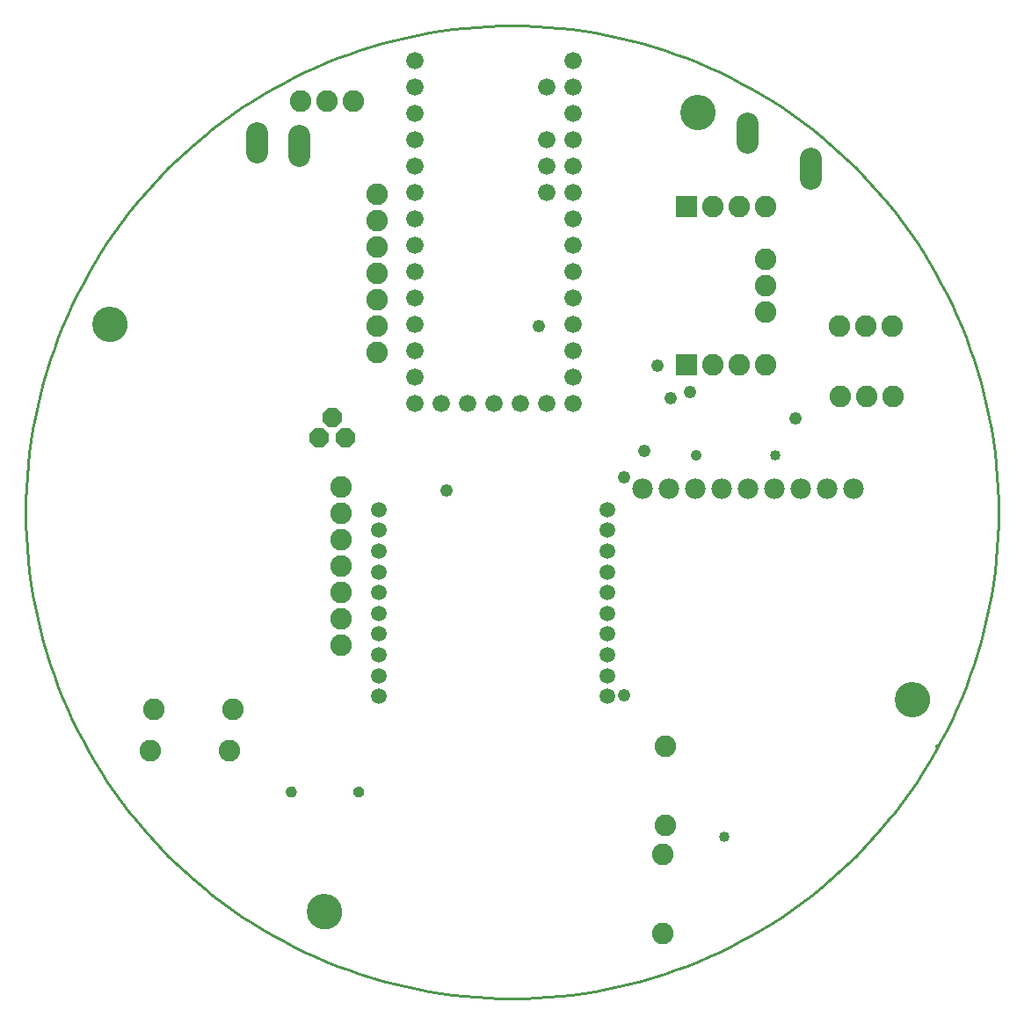
<source format=gts>
G75*
%MOIN*%
%OFA0B0*%
%FSLAX25Y25*%
%IPPOS*%
%LPD*%
%AMOC8*
5,1,8,0,0,1.08239X$1,22.5*
%
%ADD10C,0.01000*%
%ADD11C,0.01600*%
%ADD12C,0.00000*%
%ADD13C,0.13398*%
%ADD14C,0.07800*%
%ADD15C,0.06600*%
%ADD16C,0.05950*%
%ADD17C,0.08200*%
%ADD18R,0.08200X0.08200*%
%ADD19C,0.04000*%
%ADD20C,0.00500*%
%ADD21C,0.08200*%
%ADD22OC8,0.07400*%
%ADD23C,0.04123*%
%ADD24C,0.04800*%
D10*
X0001500Y0185925D02*
X0001556Y0190451D01*
X0001722Y0194974D01*
X0002000Y0199492D01*
X0002388Y0204002D01*
X0002887Y0208501D01*
X0003496Y0212986D01*
X0004215Y0217455D01*
X0005044Y0221905D01*
X0005981Y0226333D01*
X0007027Y0230737D01*
X0008181Y0235114D01*
X0009441Y0239461D01*
X0010808Y0243776D01*
X0012281Y0248056D01*
X0013858Y0252299D01*
X0015539Y0256501D01*
X0017322Y0260662D01*
X0019207Y0264777D01*
X0021192Y0268845D01*
X0023277Y0272862D01*
X0025459Y0276828D01*
X0027738Y0280738D01*
X0030113Y0284592D01*
X0032581Y0288386D01*
X0035142Y0292118D01*
X0037793Y0295787D01*
X0040534Y0299389D01*
X0043363Y0302923D01*
X0046277Y0306386D01*
X0049275Y0309777D01*
X0052356Y0313094D01*
X0055517Y0316333D01*
X0058756Y0319494D01*
X0062073Y0322575D01*
X0065464Y0325573D01*
X0068927Y0328487D01*
X0072461Y0331316D01*
X0076063Y0334057D01*
X0079732Y0336708D01*
X0083464Y0339269D01*
X0087258Y0341737D01*
X0091112Y0344112D01*
X0095022Y0346391D01*
X0098988Y0348573D01*
X0103005Y0350658D01*
X0107073Y0352643D01*
X0111188Y0354528D01*
X0115349Y0356311D01*
X0119551Y0357992D01*
X0123794Y0359569D01*
X0128074Y0361042D01*
X0132389Y0362409D01*
X0136736Y0363669D01*
X0141113Y0364823D01*
X0145517Y0365869D01*
X0149945Y0366806D01*
X0154395Y0367635D01*
X0158864Y0368354D01*
X0163349Y0368963D01*
X0167848Y0369462D01*
X0172358Y0369850D01*
X0176876Y0370128D01*
X0181399Y0370294D01*
X0185925Y0370350D01*
X0190451Y0370294D01*
X0194974Y0370128D01*
X0199492Y0369850D01*
X0204002Y0369462D01*
X0208501Y0368963D01*
X0212986Y0368354D01*
X0217455Y0367635D01*
X0221905Y0366806D01*
X0226333Y0365869D01*
X0230737Y0364823D01*
X0235114Y0363669D01*
X0239461Y0362409D01*
X0243776Y0361042D01*
X0248056Y0359569D01*
X0252299Y0357992D01*
X0256501Y0356311D01*
X0260662Y0354528D01*
X0264777Y0352643D01*
X0268845Y0350658D01*
X0272862Y0348573D01*
X0276828Y0346391D01*
X0280738Y0344112D01*
X0284592Y0341737D01*
X0288386Y0339269D01*
X0292118Y0336708D01*
X0295787Y0334057D01*
X0299389Y0331316D01*
X0302923Y0328487D01*
X0306386Y0325573D01*
X0309777Y0322575D01*
X0313094Y0319494D01*
X0316333Y0316333D01*
X0319494Y0313094D01*
X0322575Y0309777D01*
X0325573Y0306386D01*
X0328487Y0302923D01*
X0331316Y0299389D01*
X0334057Y0295787D01*
X0336708Y0292118D01*
X0339269Y0288386D01*
X0341737Y0284592D01*
X0344112Y0280738D01*
X0346391Y0276828D01*
X0348573Y0272862D01*
X0350658Y0268845D01*
X0352643Y0264777D01*
X0354528Y0260662D01*
X0356311Y0256501D01*
X0357992Y0252299D01*
X0359569Y0248056D01*
X0361042Y0243776D01*
X0362409Y0239461D01*
X0363669Y0235114D01*
X0364823Y0230737D01*
X0365869Y0226333D01*
X0366806Y0221905D01*
X0367635Y0217455D01*
X0368354Y0212986D01*
X0368963Y0208501D01*
X0369462Y0204002D01*
X0369850Y0199492D01*
X0370128Y0194974D01*
X0370294Y0190451D01*
X0370350Y0185925D01*
X0370294Y0181399D01*
X0370128Y0176876D01*
X0369850Y0172358D01*
X0369462Y0167848D01*
X0368963Y0163349D01*
X0368354Y0158864D01*
X0367635Y0154395D01*
X0366806Y0149945D01*
X0365869Y0145517D01*
X0364823Y0141113D01*
X0363669Y0136736D01*
X0362409Y0132389D01*
X0361042Y0128074D01*
X0359569Y0123794D01*
X0357992Y0119551D01*
X0356311Y0115349D01*
X0354528Y0111188D01*
X0352643Y0107073D01*
X0350658Y0103005D01*
X0348573Y0098988D01*
X0346391Y0095022D01*
X0344112Y0091112D01*
X0341737Y0087258D01*
X0339269Y0083464D01*
X0336708Y0079732D01*
X0334057Y0076063D01*
X0331316Y0072461D01*
X0328487Y0068927D01*
X0325573Y0065464D01*
X0322575Y0062073D01*
X0319494Y0058756D01*
X0316333Y0055517D01*
X0313094Y0052356D01*
X0309777Y0049275D01*
X0306386Y0046277D01*
X0302923Y0043363D01*
X0299389Y0040534D01*
X0295787Y0037793D01*
X0292118Y0035142D01*
X0288386Y0032581D01*
X0284592Y0030113D01*
X0280738Y0027738D01*
X0276828Y0025459D01*
X0272862Y0023277D01*
X0268845Y0021192D01*
X0264777Y0019207D01*
X0260662Y0017322D01*
X0256501Y0015539D01*
X0252299Y0013858D01*
X0248056Y0012281D01*
X0243776Y0010808D01*
X0239461Y0009441D01*
X0235114Y0008181D01*
X0230737Y0007027D01*
X0226333Y0005981D01*
X0221905Y0005044D01*
X0217455Y0004215D01*
X0212986Y0003496D01*
X0208501Y0002887D01*
X0204002Y0002388D01*
X0199492Y0002000D01*
X0194974Y0001722D01*
X0190451Y0001556D01*
X0185925Y0001500D01*
X0181399Y0001556D01*
X0176876Y0001722D01*
X0172358Y0002000D01*
X0167848Y0002388D01*
X0163349Y0002887D01*
X0158864Y0003496D01*
X0154395Y0004215D01*
X0149945Y0005044D01*
X0145517Y0005981D01*
X0141113Y0007027D01*
X0136736Y0008181D01*
X0132389Y0009441D01*
X0128074Y0010808D01*
X0123794Y0012281D01*
X0119551Y0013858D01*
X0115349Y0015539D01*
X0111188Y0017322D01*
X0107073Y0019207D01*
X0103005Y0021192D01*
X0098988Y0023277D01*
X0095022Y0025459D01*
X0091112Y0027738D01*
X0087258Y0030113D01*
X0083464Y0032581D01*
X0079732Y0035142D01*
X0076063Y0037793D01*
X0072461Y0040534D01*
X0068927Y0043363D01*
X0065464Y0046277D01*
X0062073Y0049275D01*
X0058756Y0052356D01*
X0055517Y0055517D01*
X0052356Y0058756D01*
X0049275Y0062073D01*
X0046277Y0065464D01*
X0043363Y0068927D01*
X0040534Y0072461D01*
X0037793Y0076063D01*
X0035142Y0079732D01*
X0032581Y0083464D01*
X0030113Y0087258D01*
X0027738Y0091112D01*
X0025459Y0095022D01*
X0023277Y0098988D01*
X0021192Y0103005D01*
X0019207Y0107073D01*
X0017322Y0111188D01*
X0015539Y0115349D01*
X0013858Y0119551D01*
X0012281Y0123794D01*
X0010808Y0128074D01*
X0009441Y0132389D01*
X0008181Y0136736D01*
X0007027Y0141113D01*
X0005981Y0145517D01*
X0005044Y0149945D01*
X0004215Y0154395D01*
X0003496Y0158864D01*
X0002887Y0163349D01*
X0002388Y0167848D01*
X0002000Y0172358D01*
X0001722Y0176876D01*
X0001556Y0181399D01*
X0001500Y0185925D01*
D11*
X0347199Y0096927D02*
X0347241Y0097018D01*
D12*
X0331526Y0114825D02*
X0331528Y0114983D01*
X0331534Y0115141D01*
X0331544Y0115299D01*
X0331558Y0115457D01*
X0331576Y0115614D01*
X0331597Y0115771D01*
X0331623Y0115927D01*
X0331653Y0116083D01*
X0331686Y0116238D01*
X0331724Y0116391D01*
X0331765Y0116544D01*
X0331810Y0116696D01*
X0331859Y0116847D01*
X0331912Y0116996D01*
X0331968Y0117144D01*
X0332028Y0117290D01*
X0332092Y0117435D01*
X0332160Y0117578D01*
X0332231Y0117720D01*
X0332305Y0117860D01*
X0332383Y0117997D01*
X0332465Y0118133D01*
X0332549Y0118267D01*
X0332638Y0118398D01*
X0332729Y0118527D01*
X0332824Y0118654D01*
X0332921Y0118779D01*
X0333022Y0118901D01*
X0333126Y0119020D01*
X0333233Y0119137D01*
X0333343Y0119251D01*
X0333456Y0119362D01*
X0333571Y0119471D01*
X0333689Y0119576D01*
X0333810Y0119678D01*
X0333933Y0119778D01*
X0334059Y0119874D01*
X0334187Y0119967D01*
X0334317Y0120057D01*
X0334450Y0120143D01*
X0334585Y0120227D01*
X0334721Y0120306D01*
X0334860Y0120383D01*
X0335001Y0120455D01*
X0335143Y0120525D01*
X0335287Y0120590D01*
X0335433Y0120652D01*
X0335580Y0120710D01*
X0335729Y0120765D01*
X0335879Y0120816D01*
X0336030Y0120863D01*
X0336182Y0120906D01*
X0336335Y0120945D01*
X0336490Y0120981D01*
X0336645Y0121012D01*
X0336801Y0121040D01*
X0336957Y0121064D01*
X0337114Y0121084D01*
X0337272Y0121100D01*
X0337429Y0121112D01*
X0337588Y0121120D01*
X0337746Y0121124D01*
X0337904Y0121124D01*
X0338062Y0121120D01*
X0338221Y0121112D01*
X0338378Y0121100D01*
X0338536Y0121084D01*
X0338693Y0121064D01*
X0338849Y0121040D01*
X0339005Y0121012D01*
X0339160Y0120981D01*
X0339315Y0120945D01*
X0339468Y0120906D01*
X0339620Y0120863D01*
X0339771Y0120816D01*
X0339921Y0120765D01*
X0340070Y0120710D01*
X0340217Y0120652D01*
X0340363Y0120590D01*
X0340507Y0120525D01*
X0340649Y0120455D01*
X0340790Y0120383D01*
X0340929Y0120306D01*
X0341065Y0120227D01*
X0341200Y0120143D01*
X0341333Y0120057D01*
X0341463Y0119967D01*
X0341591Y0119874D01*
X0341717Y0119778D01*
X0341840Y0119678D01*
X0341961Y0119576D01*
X0342079Y0119471D01*
X0342194Y0119362D01*
X0342307Y0119251D01*
X0342417Y0119137D01*
X0342524Y0119020D01*
X0342628Y0118901D01*
X0342729Y0118779D01*
X0342826Y0118654D01*
X0342921Y0118527D01*
X0343012Y0118398D01*
X0343101Y0118267D01*
X0343185Y0118133D01*
X0343267Y0117997D01*
X0343345Y0117860D01*
X0343419Y0117720D01*
X0343490Y0117578D01*
X0343558Y0117435D01*
X0343622Y0117290D01*
X0343682Y0117144D01*
X0343738Y0116996D01*
X0343791Y0116847D01*
X0343840Y0116696D01*
X0343885Y0116544D01*
X0343926Y0116391D01*
X0343964Y0116238D01*
X0343997Y0116083D01*
X0344027Y0115927D01*
X0344053Y0115771D01*
X0344074Y0115614D01*
X0344092Y0115457D01*
X0344106Y0115299D01*
X0344116Y0115141D01*
X0344122Y0114983D01*
X0344124Y0114825D01*
X0344122Y0114667D01*
X0344116Y0114509D01*
X0344106Y0114351D01*
X0344092Y0114193D01*
X0344074Y0114036D01*
X0344053Y0113879D01*
X0344027Y0113723D01*
X0343997Y0113567D01*
X0343964Y0113412D01*
X0343926Y0113259D01*
X0343885Y0113106D01*
X0343840Y0112954D01*
X0343791Y0112803D01*
X0343738Y0112654D01*
X0343682Y0112506D01*
X0343622Y0112360D01*
X0343558Y0112215D01*
X0343490Y0112072D01*
X0343419Y0111930D01*
X0343345Y0111790D01*
X0343267Y0111653D01*
X0343185Y0111517D01*
X0343101Y0111383D01*
X0343012Y0111252D01*
X0342921Y0111123D01*
X0342826Y0110996D01*
X0342729Y0110871D01*
X0342628Y0110749D01*
X0342524Y0110630D01*
X0342417Y0110513D01*
X0342307Y0110399D01*
X0342194Y0110288D01*
X0342079Y0110179D01*
X0341961Y0110074D01*
X0341840Y0109972D01*
X0341717Y0109872D01*
X0341591Y0109776D01*
X0341463Y0109683D01*
X0341333Y0109593D01*
X0341200Y0109507D01*
X0341065Y0109423D01*
X0340929Y0109344D01*
X0340790Y0109267D01*
X0340649Y0109195D01*
X0340507Y0109125D01*
X0340363Y0109060D01*
X0340217Y0108998D01*
X0340070Y0108940D01*
X0339921Y0108885D01*
X0339771Y0108834D01*
X0339620Y0108787D01*
X0339468Y0108744D01*
X0339315Y0108705D01*
X0339160Y0108669D01*
X0339005Y0108638D01*
X0338849Y0108610D01*
X0338693Y0108586D01*
X0338536Y0108566D01*
X0338378Y0108550D01*
X0338221Y0108538D01*
X0338062Y0108530D01*
X0337904Y0108526D01*
X0337746Y0108526D01*
X0337588Y0108530D01*
X0337429Y0108538D01*
X0337272Y0108550D01*
X0337114Y0108566D01*
X0336957Y0108586D01*
X0336801Y0108610D01*
X0336645Y0108638D01*
X0336490Y0108669D01*
X0336335Y0108705D01*
X0336182Y0108744D01*
X0336030Y0108787D01*
X0335879Y0108834D01*
X0335729Y0108885D01*
X0335580Y0108940D01*
X0335433Y0108998D01*
X0335287Y0109060D01*
X0335143Y0109125D01*
X0335001Y0109195D01*
X0334860Y0109267D01*
X0334721Y0109344D01*
X0334585Y0109423D01*
X0334450Y0109507D01*
X0334317Y0109593D01*
X0334187Y0109683D01*
X0334059Y0109776D01*
X0333933Y0109872D01*
X0333810Y0109972D01*
X0333689Y0110074D01*
X0333571Y0110179D01*
X0333456Y0110288D01*
X0333343Y0110399D01*
X0333233Y0110513D01*
X0333126Y0110630D01*
X0333022Y0110749D01*
X0332921Y0110871D01*
X0332824Y0110996D01*
X0332729Y0111123D01*
X0332638Y0111252D01*
X0332549Y0111383D01*
X0332465Y0111517D01*
X0332383Y0111653D01*
X0332305Y0111790D01*
X0332231Y0111930D01*
X0332160Y0112072D01*
X0332092Y0112215D01*
X0332028Y0112360D01*
X0331968Y0112506D01*
X0331912Y0112654D01*
X0331859Y0112803D01*
X0331810Y0112954D01*
X0331765Y0113106D01*
X0331724Y0113259D01*
X0331686Y0113412D01*
X0331653Y0113567D01*
X0331623Y0113723D01*
X0331597Y0113879D01*
X0331576Y0114036D01*
X0331558Y0114193D01*
X0331544Y0114351D01*
X0331534Y0114509D01*
X0331528Y0114667D01*
X0331526Y0114825D01*
X0108526Y0034325D02*
X0108528Y0034483D01*
X0108534Y0034641D01*
X0108544Y0034799D01*
X0108558Y0034957D01*
X0108576Y0035114D01*
X0108597Y0035271D01*
X0108623Y0035427D01*
X0108653Y0035583D01*
X0108686Y0035738D01*
X0108724Y0035891D01*
X0108765Y0036044D01*
X0108810Y0036196D01*
X0108859Y0036347D01*
X0108912Y0036496D01*
X0108968Y0036644D01*
X0109028Y0036790D01*
X0109092Y0036935D01*
X0109160Y0037078D01*
X0109231Y0037220D01*
X0109305Y0037360D01*
X0109383Y0037497D01*
X0109465Y0037633D01*
X0109549Y0037767D01*
X0109638Y0037898D01*
X0109729Y0038027D01*
X0109824Y0038154D01*
X0109921Y0038279D01*
X0110022Y0038401D01*
X0110126Y0038520D01*
X0110233Y0038637D01*
X0110343Y0038751D01*
X0110456Y0038862D01*
X0110571Y0038971D01*
X0110689Y0039076D01*
X0110810Y0039178D01*
X0110933Y0039278D01*
X0111059Y0039374D01*
X0111187Y0039467D01*
X0111317Y0039557D01*
X0111450Y0039643D01*
X0111585Y0039727D01*
X0111721Y0039806D01*
X0111860Y0039883D01*
X0112001Y0039955D01*
X0112143Y0040025D01*
X0112287Y0040090D01*
X0112433Y0040152D01*
X0112580Y0040210D01*
X0112729Y0040265D01*
X0112879Y0040316D01*
X0113030Y0040363D01*
X0113182Y0040406D01*
X0113335Y0040445D01*
X0113490Y0040481D01*
X0113645Y0040512D01*
X0113801Y0040540D01*
X0113957Y0040564D01*
X0114114Y0040584D01*
X0114272Y0040600D01*
X0114429Y0040612D01*
X0114588Y0040620D01*
X0114746Y0040624D01*
X0114904Y0040624D01*
X0115062Y0040620D01*
X0115221Y0040612D01*
X0115378Y0040600D01*
X0115536Y0040584D01*
X0115693Y0040564D01*
X0115849Y0040540D01*
X0116005Y0040512D01*
X0116160Y0040481D01*
X0116315Y0040445D01*
X0116468Y0040406D01*
X0116620Y0040363D01*
X0116771Y0040316D01*
X0116921Y0040265D01*
X0117070Y0040210D01*
X0117217Y0040152D01*
X0117363Y0040090D01*
X0117507Y0040025D01*
X0117649Y0039955D01*
X0117790Y0039883D01*
X0117929Y0039806D01*
X0118065Y0039727D01*
X0118200Y0039643D01*
X0118333Y0039557D01*
X0118463Y0039467D01*
X0118591Y0039374D01*
X0118717Y0039278D01*
X0118840Y0039178D01*
X0118961Y0039076D01*
X0119079Y0038971D01*
X0119194Y0038862D01*
X0119307Y0038751D01*
X0119417Y0038637D01*
X0119524Y0038520D01*
X0119628Y0038401D01*
X0119729Y0038279D01*
X0119826Y0038154D01*
X0119921Y0038027D01*
X0120012Y0037898D01*
X0120101Y0037767D01*
X0120185Y0037633D01*
X0120267Y0037497D01*
X0120345Y0037360D01*
X0120419Y0037220D01*
X0120490Y0037078D01*
X0120558Y0036935D01*
X0120622Y0036790D01*
X0120682Y0036644D01*
X0120738Y0036496D01*
X0120791Y0036347D01*
X0120840Y0036196D01*
X0120885Y0036044D01*
X0120926Y0035891D01*
X0120964Y0035738D01*
X0120997Y0035583D01*
X0121027Y0035427D01*
X0121053Y0035271D01*
X0121074Y0035114D01*
X0121092Y0034957D01*
X0121106Y0034799D01*
X0121116Y0034641D01*
X0121122Y0034483D01*
X0121124Y0034325D01*
X0121122Y0034167D01*
X0121116Y0034009D01*
X0121106Y0033851D01*
X0121092Y0033693D01*
X0121074Y0033536D01*
X0121053Y0033379D01*
X0121027Y0033223D01*
X0120997Y0033067D01*
X0120964Y0032912D01*
X0120926Y0032759D01*
X0120885Y0032606D01*
X0120840Y0032454D01*
X0120791Y0032303D01*
X0120738Y0032154D01*
X0120682Y0032006D01*
X0120622Y0031860D01*
X0120558Y0031715D01*
X0120490Y0031572D01*
X0120419Y0031430D01*
X0120345Y0031290D01*
X0120267Y0031153D01*
X0120185Y0031017D01*
X0120101Y0030883D01*
X0120012Y0030752D01*
X0119921Y0030623D01*
X0119826Y0030496D01*
X0119729Y0030371D01*
X0119628Y0030249D01*
X0119524Y0030130D01*
X0119417Y0030013D01*
X0119307Y0029899D01*
X0119194Y0029788D01*
X0119079Y0029679D01*
X0118961Y0029574D01*
X0118840Y0029472D01*
X0118717Y0029372D01*
X0118591Y0029276D01*
X0118463Y0029183D01*
X0118333Y0029093D01*
X0118200Y0029007D01*
X0118065Y0028923D01*
X0117929Y0028844D01*
X0117790Y0028767D01*
X0117649Y0028695D01*
X0117507Y0028625D01*
X0117363Y0028560D01*
X0117217Y0028498D01*
X0117070Y0028440D01*
X0116921Y0028385D01*
X0116771Y0028334D01*
X0116620Y0028287D01*
X0116468Y0028244D01*
X0116315Y0028205D01*
X0116160Y0028169D01*
X0116005Y0028138D01*
X0115849Y0028110D01*
X0115693Y0028086D01*
X0115536Y0028066D01*
X0115378Y0028050D01*
X0115221Y0028038D01*
X0115062Y0028030D01*
X0114904Y0028026D01*
X0114746Y0028026D01*
X0114588Y0028030D01*
X0114429Y0028038D01*
X0114272Y0028050D01*
X0114114Y0028066D01*
X0113957Y0028086D01*
X0113801Y0028110D01*
X0113645Y0028138D01*
X0113490Y0028169D01*
X0113335Y0028205D01*
X0113182Y0028244D01*
X0113030Y0028287D01*
X0112879Y0028334D01*
X0112729Y0028385D01*
X0112580Y0028440D01*
X0112433Y0028498D01*
X0112287Y0028560D01*
X0112143Y0028625D01*
X0112001Y0028695D01*
X0111860Y0028767D01*
X0111721Y0028844D01*
X0111585Y0028923D01*
X0111450Y0029007D01*
X0111317Y0029093D01*
X0111187Y0029183D01*
X0111059Y0029276D01*
X0110933Y0029372D01*
X0110810Y0029472D01*
X0110689Y0029574D01*
X0110571Y0029679D01*
X0110456Y0029788D01*
X0110343Y0029899D01*
X0110233Y0030013D01*
X0110126Y0030130D01*
X0110022Y0030249D01*
X0109921Y0030371D01*
X0109824Y0030496D01*
X0109729Y0030623D01*
X0109638Y0030752D01*
X0109549Y0030883D01*
X0109465Y0031017D01*
X0109383Y0031153D01*
X0109305Y0031290D01*
X0109231Y0031430D01*
X0109160Y0031572D01*
X0109092Y0031715D01*
X0109028Y0031860D01*
X0108968Y0032006D01*
X0108912Y0032154D01*
X0108859Y0032303D01*
X0108810Y0032454D01*
X0108765Y0032606D01*
X0108724Y0032759D01*
X0108686Y0032912D01*
X0108653Y0033067D01*
X0108623Y0033223D01*
X0108597Y0033379D01*
X0108576Y0033536D01*
X0108558Y0033693D01*
X0108544Y0033851D01*
X0108534Y0034009D01*
X0108528Y0034167D01*
X0108526Y0034325D01*
X0027126Y0257025D02*
X0027128Y0257183D01*
X0027134Y0257341D01*
X0027144Y0257499D01*
X0027158Y0257657D01*
X0027176Y0257814D01*
X0027197Y0257971D01*
X0027223Y0258127D01*
X0027253Y0258283D01*
X0027286Y0258438D01*
X0027324Y0258591D01*
X0027365Y0258744D01*
X0027410Y0258896D01*
X0027459Y0259047D01*
X0027512Y0259196D01*
X0027568Y0259344D01*
X0027628Y0259490D01*
X0027692Y0259635D01*
X0027760Y0259778D01*
X0027831Y0259920D01*
X0027905Y0260060D01*
X0027983Y0260197D01*
X0028065Y0260333D01*
X0028149Y0260467D01*
X0028238Y0260598D01*
X0028329Y0260727D01*
X0028424Y0260854D01*
X0028521Y0260979D01*
X0028622Y0261101D01*
X0028726Y0261220D01*
X0028833Y0261337D01*
X0028943Y0261451D01*
X0029056Y0261562D01*
X0029171Y0261671D01*
X0029289Y0261776D01*
X0029410Y0261878D01*
X0029533Y0261978D01*
X0029659Y0262074D01*
X0029787Y0262167D01*
X0029917Y0262257D01*
X0030050Y0262343D01*
X0030185Y0262427D01*
X0030321Y0262506D01*
X0030460Y0262583D01*
X0030601Y0262655D01*
X0030743Y0262725D01*
X0030887Y0262790D01*
X0031033Y0262852D01*
X0031180Y0262910D01*
X0031329Y0262965D01*
X0031479Y0263016D01*
X0031630Y0263063D01*
X0031782Y0263106D01*
X0031935Y0263145D01*
X0032090Y0263181D01*
X0032245Y0263212D01*
X0032401Y0263240D01*
X0032557Y0263264D01*
X0032714Y0263284D01*
X0032872Y0263300D01*
X0033029Y0263312D01*
X0033188Y0263320D01*
X0033346Y0263324D01*
X0033504Y0263324D01*
X0033662Y0263320D01*
X0033821Y0263312D01*
X0033978Y0263300D01*
X0034136Y0263284D01*
X0034293Y0263264D01*
X0034449Y0263240D01*
X0034605Y0263212D01*
X0034760Y0263181D01*
X0034915Y0263145D01*
X0035068Y0263106D01*
X0035220Y0263063D01*
X0035371Y0263016D01*
X0035521Y0262965D01*
X0035670Y0262910D01*
X0035817Y0262852D01*
X0035963Y0262790D01*
X0036107Y0262725D01*
X0036249Y0262655D01*
X0036390Y0262583D01*
X0036529Y0262506D01*
X0036665Y0262427D01*
X0036800Y0262343D01*
X0036933Y0262257D01*
X0037063Y0262167D01*
X0037191Y0262074D01*
X0037317Y0261978D01*
X0037440Y0261878D01*
X0037561Y0261776D01*
X0037679Y0261671D01*
X0037794Y0261562D01*
X0037907Y0261451D01*
X0038017Y0261337D01*
X0038124Y0261220D01*
X0038228Y0261101D01*
X0038329Y0260979D01*
X0038426Y0260854D01*
X0038521Y0260727D01*
X0038612Y0260598D01*
X0038701Y0260467D01*
X0038785Y0260333D01*
X0038867Y0260197D01*
X0038945Y0260060D01*
X0039019Y0259920D01*
X0039090Y0259778D01*
X0039158Y0259635D01*
X0039222Y0259490D01*
X0039282Y0259344D01*
X0039338Y0259196D01*
X0039391Y0259047D01*
X0039440Y0258896D01*
X0039485Y0258744D01*
X0039526Y0258591D01*
X0039564Y0258438D01*
X0039597Y0258283D01*
X0039627Y0258127D01*
X0039653Y0257971D01*
X0039674Y0257814D01*
X0039692Y0257657D01*
X0039706Y0257499D01*
X0039716Y0257341D01*
X0039722Y0257183D01*
X0039724Y0257025D01*
X0039722Y0256867D01*
X0039716Y0256709D01*
X0039706Y0256551D01*
X0039692Y0256393D01*
X0039674Y0256236D01*
X0039653Y0256079D01*
X0039627Y0255923D01*
X0039597Y0255767D01*
X0039564Y0255612D01*
X0039526Y0255459D01*
X0039485Y0255306D01*
X0039440Y0255154D01*
X0039391Y0255003D01*
X0039338Y0254854D01*
X0039282Y0254706D01*
X0039222Y0254560D01*
X0039158Y0254415D01*
X0039090Y0254272D01*
X0039019Y0254130D01*
X0038945Y0253990D01*
X0038867Y0253853D01*
X0038785Y0253717D01*
X0038701Y0253583D01*
X0038612Y0253452D01*
X0038521Y0253323D01*
X0038426Y0253196D01*
X0038329Y0253071D01*
X0038228Y0252949D01*
X0038124Y0252830D01*
X0038017Y0252713D01*
X0037907Y0252599D01*
X0037794Y0252488D01*
X0037679Y0252379D01*
X0037561Y0252274D01*
X0037440Y0252172D01*
X0037317Y0252072D01*
X0037191Y0251976D01*
X0037063Y0251883D01*
X0036933Y0251793D01*
X0036800Y0251707D01*
X0036665Y0251623D01*
X0036529Y0251544D01*
X0036390Y0251467D01*
X0036249Y0251395D01*
X0036107Y0251325D01*
X0035963Y0251260D01*
X0035817Y0251198D01*
X0035670Y0251140D01*
X0035521Y0251085D01*
X0035371Y0251034D01*
X0035220Y0250987D01*
X0035068Y0250944D01*
X0034915Y0250905D01*
X0034760Y0250869D01*
X0034605Y0250838D01*
X0034449Y0250810D01*
X0034293Y0250786D01*
X0034136Y0250766D01*
X0033978Y0250750D01*
X0033821Y0250738D01*
X0033662Y0250730D01*
X0033504Y0250726D01*
X0033346Y0250726D01*
X0033188Y0250730D01*
X0033029Y0250738D01*
X0032872Y0250750D01*
X0032714Y0250766D01*
X0032557Y0250786D01*
X0032401Y0250810D01*
X0032245Y0250838D01*
X0032090Y0250869D01*
X0031935Y0250905D01*
X0031782Y0250944D01*
X0031630Y0250987D01*
X0031479Y0251034D01*
X0031329Y0251085D01*
X0031180Y0251140D01*
X0031033Y0251198D01*
X0030887Y0251260D01*
X0030743Y0251325D01*
X0030601Y0251395D01*
X0030460Y0251467D01*
X0030321Y0251544D01*
X0030185Y0251623D01*
X0030050Y0251707D01*
X0029917Y0251793D01*
X0029787Y0251883D01*
X0029659Y0251976D01*
X0029533Y0252072D01*
X0029410Y0252172D01*
X0029289Y0252274D01*
X0029171Y0252379D01*
X0029056Y0252488D01*
X0028943Y0252599D01*
X0028833Y0252713D01*
X0028726Y0252830D01*
X0028622Y0252949D01*
X0028521Y0253071D01*
X0028424Y0253196D01*
X0028329Y0253323D01*
X0028238Y0253452D01*
X0028149Y0253583D01*
X0028065Y0253717D01*
X0027983Y0253853D01*
X0027905Y0253990D01*
X0027831Y0254130D01*
X0027760Y0254272D01*
X0027692Y0254415D01*
X0027628Y0254560D01*
X0027568Y0254706D01*
X0027512Y0254854D01*
X0027459Y0255003D01*
X0027410Y0255154D01*
X0027365Y0255306D01*
X0027324Y0255459D01*
X0027286Y0255612D01*
X0027253Y0255767D01*
X0027223Y0255923D01*
X0027197Y0256079D01*
X0027176Y0256236D01*
X0027158Y0256393D01*
X0027144Y0256551D01*
X0027134Y0256709D01*
X0027128Y0256867D01*
X0027126Y0257025D01*
X0250126Y0337525D02*
X0250128Y0337683D01*
X0250134Y0337841D01*
X0250144Y0337999D01*
X0250158Y0338157D01*
X0250176Y0338314D01*
X0250197Y0338471D01*
X0250223Y0338627D01*
X0250253Y0338783D01*
X0250286Y0338938D01*
X0250324Y0339091D01*
X0250365Y0339244D01*
X0250410Y0339396D01*
X0250459Y0339547D01*
X0250512Y0339696D01*
X0250568Y0339844D01*
X0250628Y0339990D01*
X0250692Y0340135D01*
X0250760Y0340278D01*
X0250831Y0340420D01*
X0250905Y0340560D01*
X0250983Y0340697D01*
X0251065Y0340833D01*
X0251149Y0340967D01*
X0251238Y0341098D01*
X0251329Y0341227D01*
X0251424Y0341354D01*
X0251521Y0341479D01*
X0251622Y0341601D01*
X0251726Y0341720D01*
X0251833Y0341837D01*
X0251943Y0341951D01*
X0252056Y0342062D01*
X0252171Y0342171D01*
X0252289Y0342276D01*
X0252410Y0342378D01*
X0252533Y0342478D01*
X0252659Y0342574D01*
X0252787Y0342667D01*
X0252917Y0342757D01*
X0253050Y0342843D01*
X0253185Y0342927D01*
X0253321Y0343006D01*
X0253460Y0343083D01*
X0253601Y0343155D01*
X0253743Y0343225D01*
X0253887Y0343290D01*
X0254033Y0343352D01*
X0254180Y0343410D01*
X0254329Y0343465D01*
X0254479Y0343516D01*
X0254630Y0343563D01*
X0254782Y0343606D01*
X0254935Y0343645D01*
X0255090Y0343681D01*
X0255245Y0343712D01*
X0255401Y0343740D01*
X0255557Y0343764D01*
X0255714Y0343784D01*
X0255872Y0343800D01*
X0256029Y0343812D01*
X0256188Y0343820D01*
X0256346Y0343824D01*
X0256504Y0343824D01*
X0256662Y0343820D01*
X0256821Y0343812D01*
X0256978Y0343800D01*
X0257136Y0343784D01*
X0257293Y0343764D01*
X0257449Y0343740D01*
X0257605Y0343712D01*
X0257760Y0343681D01*
X0257915Y0343645D01*
X0258068Y0343606D01*
X0258220Y0343563D01*
X0258371Y0343516D01*
X0258521Y0343465D01*
X0258670Y0343410D01*
X0258817Y0343352D01*
X0258963Y0343290D01*
X0259107Y0343225D01*
X0259249Y0343155D01*
X0259390Y0343083D01*
X0259529Y0343006D01*
X0259665Y0342927D01*
X0259800Y0342843D01*
X0259933Y0342757D01*
X0260063Y0342667D01*
X0260191Y0342574D01*
X0260317Y0342478D01*
X0260440Y0342378D01*
X0260561Y0342276D01*
X0260679Y0342171D01*
X0260794Y0342062D01*
X0260907Y0341951D01*
X0261017Y0341837D01*
X0261124Y0341720D01*
X0261228Y0341601D01*
X0261329Y0341479D01*
X0261426Y0341354D01*
X0261521Y0341227D01*
X0261612Y0341098D01*
X0261701Y0340967D01*
X0261785Y0340833D01*
X0261867Y0340697D01*
X0261945Y0340560D01*
X0262019Y0340420D01*
X0262090Y0340278D01*
X0262158Y0340135D01*
X0262222Y0339990D01*
X0262282Y0339844D01*
X0262338Y0339696D01*
X0262391Y0339547D01*
X0262440Y0339396D01*
X0262485Y0339244D01*
X0262526Y0339091D01*
X0262564Y0338938D01*
X0262597Y0338783D01*
X0262627Y0338627D01*
X0262653Y0338471D01*
X0262674Y0338314D01*
X0262692Y0338157D01*
X0262706Y0337999D01*
X0262716Y0337841D01*
X0262722Y0337683D01*
X0262724Y0337525D01*
X0262722Y0337367D01*
X0262716Y0337209D01*
X0262706Y0337051D01*
X0262692Y0336893D01*
X0262674Y0336736D01*
X0262653Y0336579D01*
X0262627Y0336423D01*
X0262597Y0336267D01*
X0262564Y0336112D01*
X0262526Y0335959D01*
X0262485Y0335806D01*
X0262440Y0335654D01*
X0262391Y0335503D01*
X0262338Y0335354D01*
X0262282Y0335206D01*
X0262222Y0335060D01*
X0262158Y0334915D01*
X0262090Y0334772D01*
X0262019Y0334630D01*
X0261945Y0334490D01*
X0261867Y0334353D01*
X0261785Y0334217D01*
X0261701Y0334083D01*
X0261612Y0333952D01*
X0261521Y0333823D01*
X0261426Y0333696D01*
X0261329Y0333571D01*
X0261228Y0333449D01*
X0261124Y0333330D01*
X0261017Y0333213D01*
X0260907Y0333099D01*
X0260794Y0332988D01*
X0260679Y0332879D01*
X0260561Y0332774D01*
X0260440Y0332672D01*
X0260317Y0332572D01*
X0260191Y0332476D01*
X0260063Y0332383D01*
X0259933Y0332293D01*
X0259800Y0332207D01*
X0259665Y0332123D01*
X0259529Y0332044D01*
X0259390Y0331967D01*
X0259249Y0331895D01*
X0259107Y0331825D01*
X0258963Y0331760D01*
X0258817Y0331698D01*
X0258670Y0331640D01*
X0258521Y0331585D01*
X0258371Y0331534D01*
X0258220Y0331487D01*
X0258068Y0331444D01*
X0257915Y0331405D01*
X0257760Y0331369D01*
X0257605Y0331338D01*
X0257449Y0331310D01*
X0257293Y0331286D01*
X0257136Y0331266D01*
X0256978Y0331250D01*
X0256821Y0331238D01*
X0256662Y0331230D01*
X0256504Y0331226D01*
X0256346Y0331226D01*
X0256188Y0331230D01*
X0256029Y0331238D01*
X0255872Y0331250D01*
X0255714Y0331266D01*
X0255557Y0331286D01*
X0255401Y0331310D01*
X0255245Y0331338D01*
X0255090Y0331369D01*
X0254935Y0331405D01*
X0254782Y0331444D01*
X0254630Y0331487D01*
X0254479Y0331534D01*
X0254329Y0331585D01*
X0254180Y0331640D01*
X0254033Y0331698D01*
X0253887Y0331760D01*
X0253743Y0331825D01*
X0253601Y0331895D01*
X0253460Y0331967D01*
X0253321Y0332044D01*
X0253185Y0332123D01*
X0253050Y0332207D01*
X0252917Y0332293D01*
X0252787Y0332383D01*
X0252659Y0332476D01*
X0252533Y0332572D01*
X0252410Y0332672D01*
X0252289Y0332774D01*
X0252171Y0332879D01*
X0252056Y0332988D01*
X0251943Y0333099D01*
X0251833Y0333213D01*
X0251726Y0333330D01*
X0251622Y0333449D01*
X0251521Y0333571D01*
X0251424Y0333696D01*
X0251329Y0333823D01*
X0251238Y0333952D01*
X0251149Y0334083D01*
X0251065Y0334217D01*
X0250983Y0334353D01*
X0250905Y0334490D01*
X0250831Y0334630D01*
X0250760Y0334772D01*
X0250692Y0334915D01*
X0250628Y0335060D01*
X0250568Y0335206D01*
X0250512Y0335354D01*
X0250459Y0335503D01*
X0250410Y0335654D01*
X0250365Y0335806D01*
X0250324Y0335959D01*
X0250286Y0336112D01*
X0250253Y0336267D01*
X0250223Y0336423D01*
X0250197Y0336579D01*
X0250176Y0336736D01*
X0250158Y0336893D01*
X0250144Y0337051D01*
X0250134Y0337209D01*
X0250128Y0337367D01*
X0250126Y0337525D01*
D13*
X0256425Y0337525D03*
X0033425Y0257025D03*
X0114825Y0034325D03*
X0337825Y0114825D03*
D14*
X0315260Y0194591D03*
X0305260Y0194591D03*
X0295260Y0194591D03*
X0285260Y0194591D03*
X0275260Y0194591D03*
X0265260Y0194591D03*
X0255260Y0194591D03*
X0245260Y0194591D03*
X0235260Y0194591D03*
D15*
X0209125Y0227225D03*
X0209125Y0237225D03*
X0209125Y0247225D03*
X0209125Y0257225D03*
X0209125Y0267225D03*
X0209125Y0277225D03*
X0209125Y0287225D03*
X0209125Y0297225D03*
X0209125Y0307225D03*
X0199125Y0307225D03*
X0199125Y0317225D03*
X0199125Y0327225D03*
X0209125Y0327225D03*
X0209125Y0317225D03*
X0209125Y0337225D03*
X0209125Y0347225D03*
X0199125Y0347225D03*
X0209125Y0357225D03*
X0149125Y0357225D03*
X0149125Y0347225D03*
X0149125Y0337225D03*
X0149125Y0327225D03*
X0149125Y0317225D03*
X0149125Y0307225D03*
X0149125Y0297225D03*
X0149125Y0287225D03*
X0149125Y0277225D03*
X0149125Y0267225D03*
X0149125Y0257225D03*
X0149125Y0247225D03*
X0149125Y0237225D03*
X0149125Y0227225D03*
X0159125Y0227225D03*
X0169125Y0227225D03*
X0179125Y0227225D03*
X0189125Y0227225D03*
X0199125Y0227225D03*
D16*
X0222099Y0186854D03*
X0222099Y0178980D03*
X0222099Y0171106D03*
X0222099Y0163232D03*
X0222099Y0155358D03*
X0222099Y0147484D03*
X0222099Y0139610D03*
X0222099Y0131736D03*
X0222099Y0123862D03*
X0222099Y0115988D03*
X0135485Y0115988D03*
X0135485Y0123862D03*
X0135485Y0131736D03*
X0135485Y0139610D03*
X0135485Y0147484D03*
X0135485Y0155358D03*
X0135485Y0163232D03*
X0135485Y0171106D03*
X0135485Y0178980D03*
X0135485Y0186854D03*
D17*
X0048861Y0095429D03*
X0049989Y0111028D03*
X0079989Y0111028D03*
X0078861Y0095429D03*
X0121025Y0135360D03*
X0121025Y0145360D03*
X0121025Y0155360D03*
X0121025Y0165360D03*
X0121025Y0175360D03*
X0121025Y0185360D03*
X0121025Y0195360D03*
X0134825Y0246359D03*
X0134825Y0256359D03*
X0134825Y0266359D03*
X0134825Y0276359D03*
X0134825Y0286359D03*
X0134825Y0296359D03*
X0134825Y0306359D03*
X0125825Y0341725D03*
X0115825Y0341725D03*
X0105825Y0341725D03*
X0262025Y0301625D03*
X0272025Y0301625D03*
X0282025Y0301625D03*
X0282025Y0281625D03*
X0282025Y0271625D03*
X0282025Y0261625D03*
X0282025Y0241625D03*
X0272025Y0241625D03*
X0262025Y0241625D03*
X0310517Y0229603D03*
X0320517Y0229603D03*
X0330517Y0229603D03*
X0330192Y0256428D03*
X0320192Y0256428D03*
X0310192Y0256428D03*
X0243924Y0097056D03*
X0243924Y0067056D03*
X0243225Y0056224D03*
X0243225Y0026224D03*
D18*
X0252025Y0241625D03*
X0252025Y0301625D03*
D19*
X0285779Y0207473D03*
X0266525Y0062625D03*
D20*
X0129504Y0079407D02*
X0129381Y0079024D01*
X0129176Y0078679D01*
X0128898Y0078387D01*
X0128564Y0078165D01*
X0128187Y0078023D01*
X0127789Y0077968D01*
X0127396Y0078019D01*
X0127024Y0078156D01*
X0126692Y0078372D01*
X0126417Y0078657D01*
X0126212Y0078997D01*
X0126087Y0079373D01*
X0126049Y0079767D01*
X0126096Y0080151D01*
X0126227Y0080514D01*
X0126435Y0080840D01*
X0126710Y0081111D01*
X0127039Y0081313D01*
X0127405Y0081438D01*
X0127789Y0081478D01*
X0128171Y0081444D01*
X0128535Y0081326D01*
X0128864Y0081129D01*
X0129141Y0080865D01*
X0129353Y0080546D01*
X0129487Y0080187D01*
X0129539Y0079808D01*
X0129504Y0079407D01*
X0129484Y0079345D02*
X0126096Y0079345D01*
X0126059Y0079844D02*
X0129534Y0079844D01*
X0129429Y0080342D02*
X0126165Y0080342D01*
X0126436Y0080841D02*
X0129157Y0080841D01*
X0128492Y0081340D02*
X0127117Y0081340D01*
X0126302Y0078847D02*
X0129276Y0078847D01*
X0128840Y0078348D02*
X0126729Y0078348D01*
X0103939Y0079808D02*
X0103904Y0079407D01*
X0103781Y0079024D01*
X0103576Y0078679D01*
X0103298Y0078387D01*
X0102964Y0078165D01*
X0102587Y0078023D01*
X0102189Y0077968D01*
X0101796Y0078019D01*
X0101424Y0078156D01*
X0101092Y0078372D01*
X0100817Y0078657D01*
X0100612Y0078997D01*
X0100487Y0079373D01*
X0100449Y0079767D01*
X0100496Y0080151D01*
X0100627Y0080514D01*
X0100835Y0080840D01*
X0101110Y0081111D01*
X0101439Y0081313D01*
X0101805Y0081438D01*
X0102189Y0081478D01*
X0102571Y0081444D01*
X0102935Y0081326D01*
X0103264Y0081129D01*
X0103541Y0080865D01*
X0103753Y0080546D01*
X0103887Y0080187D01*
X0103939Y0079808D01*
X0103934Y0079844D02*
X0100459Y0079844D01*
X0100496Y0079345D02*
X0103884Y0079345D01*
X0103676Y0078847D02*
X0100702Y0078847D01*
X0101129Y0078348D02*
X0103240Y0078348D01*
X0103829Y0080342D02*
X0100565Y0080342D01*
X0100836Y0080841D02*
X0103557Y0080841D01*
X0102892Y0081340D02*
X0101517Y0081340D01*
D21*
X0299126Y0312559D02*
X0299126Y0319959D01*
X0275025Y0325925D02*
X0275025Y0333325D01*
X0105125Y0328625D02*
X0105125Y0321225D01*
X0089058Y0322359D02*
X0089058Y0329759D01*
D22*
X0117858Y0221627D03*
X0112858Y0214127D03*
X0122858Y0214127D03*
D23*
X0255779Y0207473D03*
D24*
X0235925Y0209025D03*
X0228425Y0199025D03*
X0245925Y0229025D03*
X0253425Y0231525D03*
X0240925Y0241525D03*
X0195925Y0256525D03*
X0160925Y0194025D03*
X0228425Y0116525D03*
X0293425Y0221525D03*
M02*

</source>
